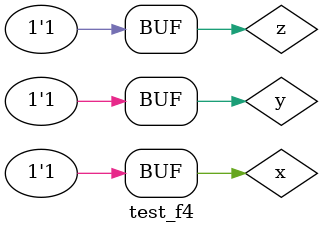
<source format=v>
module BOX1 (output s1,input e1,input e2,input c1);

wire temp1,temp2,notc1;

and AND2 (temp1,e1,c1);
not NOT1 (notc1,c1);
and AND3 (temp2,e2,notc1); 
or OR2 (s1,temp1,temp2);
endmodule//BOX1


module BOX2 (output s,input a,input b,input CH);

wire e1,e2,c1;

and AND1 (e1,a,b);
or OR1 (e2,a,b);
BOX1 selec (s,e1,e2,CH);

endmodule // BOX2
module test_f4;
// ------------------------- definir dados
reg  x,y,z;
wire s,r; 
BOX2 modulo1 ( s, x, y, z);
// ------------------------- parte principal
initial begin  
$display("Exemplo0032 - Lucas Cardoso - 441694");
$display("Test LU's module");
x ='b0; y ='b0;z ='b0;
// projetar testes do modulo
$display("\na b CH s");
#1 $monitor("%b %b %b  %b",x,y,z,s);
#1 x ='b0;y ='b1; z ='b0;  
#1 x ='b1;y ='b0; z ='b0;
#1 x ='b1;y ='b1; z ='b0;
#1 x = 'b0; y ='b0;z ='b1; 
#1 x ='b0; y ='b1; z ='b1;  
#1 x ='b1; y ='b0; z ='b1;
#1 x ='b1; y ='b1; z ='b1;

end
endmodule // test_f4
</source>
